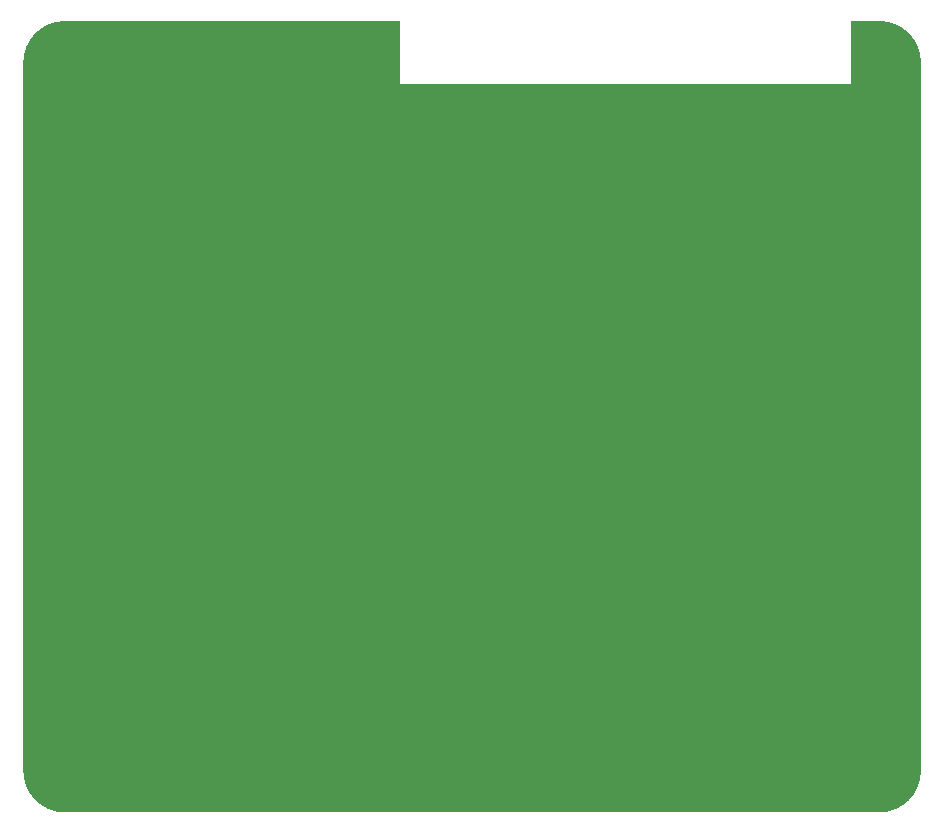
<source format=gbr>
G04 DipTrace 2.4.0.2*
%INBoard.gbr*%
%MOMM*%
%ADD11C,0.14*%
%FSLAX53Y53*%
G04*
G71*
G90*
G75*
G01*
%LNBoardPoly*%
%LPD*%
G36*
X13500Y10000D2*
D11*
X82500D1*
G03X86000Y13500I0J3500D01*
G01*
Y73500D1*
G03X82500Y77000I-3500J0D01*
G01*
X80100D1*
Y71650D1*
X41920D1*
Y77040D1*
X13500Y77000D1*
G03X10000Y73500I0J-3500D01*
G01*
Y13500D1*
G03X13500Y10000I3500J0D01*
G01*
G37*
M02*

</source>
